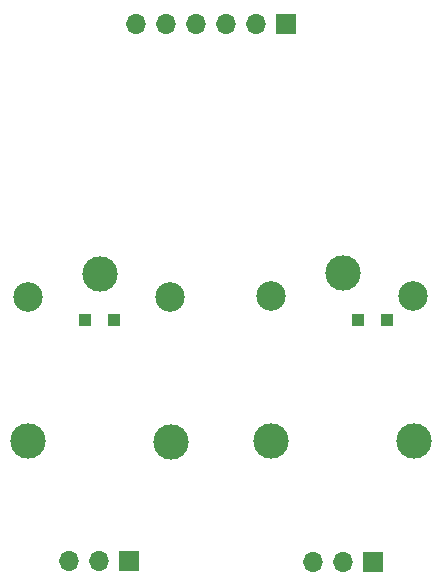
<source format=gbs>
G04 #@! TF.GenerationSoftware,KiCad,Pcbnew,7.0.11-2.fc39*
G04 #@! TF.CreationDate,2024-06-02T00:51:06+02:00*
G04 #@! TF.ProjectId,two_relays_extension,74776f5f-7265-46c6-9179-735f65787465,rev?*
G04 #@! TF.SameCoordinates,Original*
G04 #@! TF.FileFunction,Soldermask,Bot*
G04 #@! TF.FilePolarity,Negative*
%FSLAX46Y46*%
G04 Gerber Fmt 4.6, Leading zero omitted, Abs format (unit mm)*
G04 Created by KiCad (PCBNEW 7.0.11-2.fc39) date 2024-06-02 00:51:06*
%MOMM*%
%LPD*%
G01*
G04 APERTURE LIST*
%ADD10R,1.700000X1.700000*%
%ADD11O,1.700000X1.700000*%
%ADD12C,3.000000*%
%ADD13C,2.500000*%
%ADD14R,1.000000X1.000000*%
G04 APERTURE END LIST*
D10*
X152908000Y-59994800D03*
D11*
X150368000Y-59994800D03*
X147828000Y-59994800D03*
X145288000Y-59994800D03*
X142748000Y-59994800D03*
X140208000Y-59994800D03*
D10*
X160259000Y-105537000D03*
D11*
X157719000Y-105537000D03*
X155179000Y-105537000D03*
D12*
X137114000Y-81177000D03*
D13*
X131064000Y-83127000D03*
D12*
X131064000Y-95327000D03*
X143114000Y-95377000D03*
D13*
X143064000Y-83127000D03*
D10*
X139573000Y-105410000D03*
D11*
X137033000Y-105410000D03*
X134493000Y-105410000D03*
D12*
X157688000Y-81100000D03*
D13*
X151638000Y-83050000D03*
D12*
X151638000Y-95250000D03*
X163688000Y-95300000D03*
D13*
X163638000Y-83050000D03*
D14*
X161442400Y-85039200D03*
X158942400Y-85039200D03*
X138339200Y-85039200D03*
X135839200Y-85039200D03*
M02*

</source>
